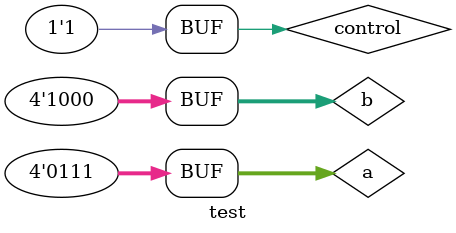
<source format=v>
module fa(a,b,cin,sum,co);
  input a,b,cin;
  output sum,co;
  assign sum=a^b^cin;
  assign co=(a&b)|(a&cin)|(b&cin);
endmodule

//XOR gate

module xorgate(y,a,b);
  input a,b;
  output y;
  assign y=a^b;
endmodule

module adderCUMsub4bit(a,b,control,sumDiff,carry_borrow);
  input [3:0]a,b;
  input control;
  output [3:0]sumDiff;
  output carry_borrow;
  wire [3:0]bcomp;
  
  
  xorgate ins1(bcomp[0],control,b[0]);
  xorgate ins2(bcomp[1],control,b[1]);
  xorgate ins3(bcomp[2],control,b[2]);
  xorgate ins4(bcomp[3],control,b[3]);
  
  fa fa1(a[0],bcomp[0],control,sumDiff[0],c1);
  fa fa2(a[1],bcomp[1],c1,sumDiff[1],c2);
  fa fa3(a[2],bcomp[2],c2,sumDiff[2],c3);
  fa fa4(a[3],bcomp[3],c3,sumDiff[3],carry_borrow);
endmodule

//testbench

// Code your testbench here
// or browse Examples
`timescale 1ns/1ns
module test;
  reg [3:0]a,b;
  reg control;
  wire [3:0]sumDiff;
  wire carry_borrow;
  
  adderCUMsub4bit ins1(a,b,control,sumDiff,carry_borrow);
  
  initial begin 
  a=8; b=7;control=0;
  #10 control=1;
  #5 a=7; b=8;control=0;
    #10 control=1;
  
  end
  
  initial
    $monitor("a=%b, b=%b, control=%b,sumDiff=%b,carry_borrow=%b",a,b,control,sumDiff,carry_borrow);
endmodule

//EDAPlayground link https://www.edaplayground.com/x/EX7W

</source>
